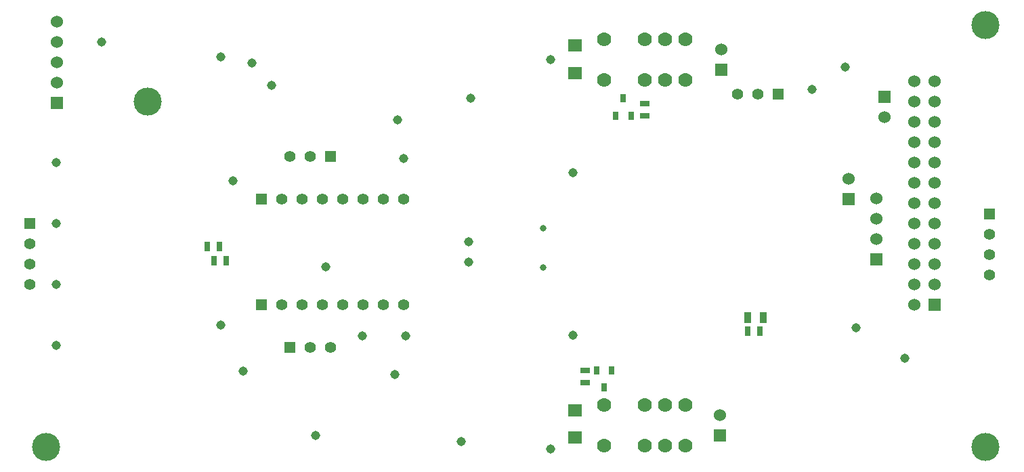
<source format=gbs>
G04 (created by PCBNEW (2013-07-07 BZR 4022)-stable) date 9/7/2014 5:26:02 PM*
%MOIN*%
G04 Gerber Fmt 3.4, Leading zero omitted, Abs format*
%FSLAX34Y34*%
G01*
G70*
G90*
G04 APERTURE LIST*
%ADD10C,0.00590551*%
%ADD11R,0.0315X0.0394*%
%ADD12R,0.035X0.055*%
%ADD13R,0.045X0.025*%
%ADD14R,0.025X0.045*%
%ADD15R,0.055X0.055*%
%ADD16C,0.055*%
%ADD17C,0.045*%
%ADD18R,0.06X0.06*%
%ADD19C,0.06*%
%ADD20R,0.07X0.06*%
%ADD21C,0.0314961*%
%ADD22C,0.07*%
%ADD23C,0.138*%
G04 APERTURE END LIST*
G54D10*
G54D11*
X90170Y-46597D03*
X89795Y-47463D03*
X90545Y-47463D03*
X89220Y-60843D03*
X89595Y-59977D03*
X88845Y-59977D03*
G54D12*
X96295Y-57380D03*
X97045Y-57380D03*
G54D13*
X88290Y-59980D03*
X88290Y-60580D03*
X91220Y-47460D03*
X91220Y-46860D03*
G54D14*
X96290Y-58070D03*
X96890Y-58070D03*
G54D15*
X72370Y-56770D03*
G54D16*
X73370Y-56770D03*
X74370Y-56770D03*
X75370Y-56770D03*
X76370Y-56770D03*
X77370Y-56770D03*
X78370Y-56770D03*
X79370Y-56770D03*
G54D15*
X72370Y-51570D03*
G54D16*
X73370Y-51570D03*
X74370Y-51570D03*
X75370Y-51570D03*
X76370Y-51570D03*
X77370Y-51570D03*
X78370Y-51570D03*
X79370Y-51570D03*
G54D15*
X60970Y-52770D03*
G54D16*
X60970Y-53770D03*
X60970Y-54770D03*
X60970Y-55770D03*
G54D15*
X108210Y-52310D03*
G54D16*
X108210Y-53310D03*
X108210Y-54310D03*
X108210Y-55310D03*
G54D15*
X97800Y-46380D03*
G54D16*
X96800Y-46380D03*
X95800Y-46380D03*
G54D15*
X75770Y-49470D03*
G54D16*
X74770Y-49470D03*
X73770Y-49470D03*
G54D15*
X73770Y-58870D03*
G54D16*
X74770Y-58870D03*
X75770Y-58870D03*
G54D17*
X70970Y-50670D03*
X82570Y-54670D03*
X82570Y-53670D03*
X79070Y-47670D03*
X77320Y-58280D03*
X70370Y-57770D03*
X62270Y-55770D03*
X62270Y-58770D03*
X62270Y-49770D03*
X62270Y-52770D03*
X79370Y-49570D03*
X79470Y-58300D03*
X87690Y-50270D03*
X86580Y-44710D03*
X86580Y-63860D03*
X87690Y-58270D03*
X72870Y-45960D03*
X71450Y-60040D03*
G54D18*
X102630Y-54520D03*
G54D19*
X102630Y-53520D03*
X102630Y-52520D03*
X102630Y-51520D03*
G54D18*
X103030Y-46540D03*
G54D19*
X103030Y-47540D03*
G54D18*
X101250Y-51550D03*
G54D19*
X101250Y-50550D03*
G54D18*
X105490Y-56770D03*
G54D19*
X104490Y-56770D03*
X105490Y-55770D03*
X104490Y-55770D03*
X105490Y-54770D03*
X104490Y-54770D03*
X105490Y-53770D03*
X104490Y-53770D03*
X105490Y-52770D03*
X104490Y-52770D03*
X105490Y-51770D03*
X104490Y-51770D03*
X105490Y-50770D03*
X104490Y-50770D03*
X105490Y-49770D03*
X104490Y-49770D03*
X105490Y-48770D03*
X104490Y-48770D03*
X105490Y-47770D03*
X104490Y-47770D03*
X105490Y-46770D03*
X104490Y-46770D03*
X105490Y-45770D03*
X104490Y-45770D03*
G54D20*
X87790Y-61950D03*
X87790Y-63290D03*
X87790Y-44010D03*
X87790Y-45350D03*
G54D21*
X86230Y-54920D03*
X86230Y-52999D03*
G54D22*
X89220Y-45710D03*
X91220Y-45710D03*
X92220Y-45710D03*
X93220Y-45710D03*
X93220Y-43710D03*
X92220Y-43710D03*
X91220Y-43710D03*
X89220Y-43710D03*
X89220Y-63700D03*
X91220Y-63700D03*
X92220Y-63700D03*
X93220Y-63700D03*
X93220Y-61700D03*
X92220Y-61700D03*
X91220Y-61700D03*
X89220Y-61700D03*
G54D18*
X94990Y-45180D03*
G54D19*
X94990Y-44180D03*
G54D18*
X94930Y-63200D03*
G54D19*
X94930Y-62200D03*
G54D14*
X70020Y-54580D03*
X70620Y-54580D03*
X69710Y-53880D03*
X70310Y-53880D03*
G54D17*
X82180Y-63490D03*
X70370Y-44560D03*
X78940Y-60200D03*
X82670Y-46610D03*
X71900Y-44870D03*
X64500Y-43840D03*
X101110Y-45060D03*
X99470Y-46170D03*
X104040Y-59400D03*
X75520Y-54910D03*
X75030Y-63190D03*
X101640Y-57890D03*
G54D18*
X62300Y-46830D03*
G54D19*
X62300Y-45830D03*
X62300Y-44830D03*
X62300Y-43830D03*
X62300Y-42830D03*
G54D23*
X61750Y-63750D03*
X108000Y-43000D03*
X108000Y-63750D03*
X66750Y-46750D03*
M02*

</source>
